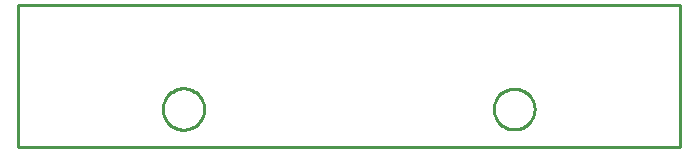
<source format=gbr>
G04 EAGLE Gerber RS-274X export*
G75*
%MOMM*%
%FSLAX34Y34*%
%LPD*%
%IN*%
%IPPOS*%
%AMOC8*
5,1,8,0,0,1.08239X$1,22.5*%
G01*
%ADD10C,0.254000*%


D10*
X0Y0D02*
X560000Y0D01*
X560000Y120000D01*
X0Y120000D01*
X0Y0D01*
X157500Y31427D02*
X157425Y30284D01*
X157276Y29148D01*
X157052Y28024D01*
X156755Y26917D01*
X156387Y25832D01*
X155949Y24774D01*
X155442Y23746D01*
X154869Y22754D01*
X154232Y21801D01*
X153535Y20892D01*
X152779Y20031D01*
X151969Y19221D01*
X151108Y18465D01*
X150199Y17768D01*
X149246Y17131D01*
X148254Y16558D01*
X147226Y16051D01*
X146168Y15613D01*
X145083Y15245D01*
X143976Y14948D01*
X142852Y14725D01*
X141716Y14575D01*
X140573Y14500D01*
X139427Y14500D01*
X138284Y14575D01*
X137148Y14725D01*
X136024Y14948D01*
X134917Y15245D01*
X133832Y15613D01*
X132774Y16051D01*
X131746Y16558D01*
X130754Y17131D01*
X129801Y17768D01*
X128892Y18465D01*
X128031Y19221D01*
X127221Y20031D01*
X126465Y20892D01*
X125768Y21801D01*
X125131Y22754D01*
X124558Y23746D01*
X124051Y24774D01*
X123613Y25832D01*
X123245Y26917D01*
X122948Y28024D01*
X122725Y29148D01*
X122575Y30284D01*
X122500Y31427D01*
X122500Y32573D01*
X122575Y33716D01*
X122725Y34852D01*
X122948Y35976D01*
X123245Y37083D01*
X123613Y38168D01*
X124051Y39226D01*
X124558Y40254D01*
X125131Y41246D01*
X125768Y42199D01*
X126465Y43108D01*
X127221Y43969D01*
X128031Y44779D01*
X128892Y45535D01*
X129801Y46232D01*
X130754Y46869D01*
X131746Y47442D01*
X132774Y47949D01*
X133832Y48387D01*
X134917Y48755D01*
X136024Y49052D01*
X137148Y49276D01*
X138284Y49425D01*
X139427Y49500D01*
X140573Y49500D01*
X141716Y49425D01*
X142852Y49276D01*
X143976Y49052D01*
X145083Y48755D01*
X146168Y48387D01*
X147226Y47949D01*
X148254Y47442D01*
X149246Y46869D01*
X150199Y46232D01*
X151108Y45535D01*
X151969Y44779D01*
X152779Y43969D01*
X153535Y43108D01*
X154232Y42199D01*
X154869Y41246D01*
X155442Y40254D01*
X155949Y39226D01*
X156387Y38168D01*
X156755Y37083D01*
X157052Y35976D01*
X157276Y34852D01*
X157425Y33716D01*
X157500Y32573D01*
X157500Y31427D01*
X437250Y31435D02*
X437176Y30308D01*
X437029Y29189D01*
X436808Y28081D01*
X436516Y26990D01*
X436153Y25920D01*
X435721Y24877D01*
X435221Y23864D01*
X434657Y22886D01*
X434029Y21947D01*
X433342Y21051D01*
X432597Y20202D01*
X431798Y19403D01*
X430949Y18658D01*
X430053Y17971D01*
X429114Y17343D01*
X428136Y16779D01*
X427123Y16279D01*
X426080Y15847D01*
X425010Y15484D01*
X423919Y15192D01*
X422811Y14971D01*
X421692Y14824D01*
X420565Y14750D01*
X419435Y14750D01*
X418308Y14824D01*
X417189Y14971D01*
X416081Y15192D01*
X414990Y15484D01*
X413920Y15847D01*
X412877Y16279D01*
X411864Y16779D01*
X410886Y17343D01*
X409947Y17971D01*
X409051Y18658D01*
X408202Y19403D01*
X407403Y20202D01*
X406658Y21051D01*
X405971Y21947D01*
X405343Y22886D01*
X404779Y23864D01*
X404279Y24877D01*
X403847Y25920D01*
X403484Y26990D01*
X403192Y28081D01*
X402971Y29189D01*
X402824Y30308D01*
X402750Y31435D01*
X402750Y32565D01*
X402824Y33692D01*
X402971Y34811D01*
X403192Y35919D01*
X403484Y37010D01*
X403847Y38080D01*
X404279Y39123D01*
X404779Y40136D01*
X405343Y41114D01*
X405971Y42053D01*
X406658Y42949D01*
X407403Y43798D01*
X408202Y44597D01*
X409051Y45342D01*
X409947Y46029D01*
X410886Y46657D01*
X411864Y47221D01*
X412877Y47721D01*
X413920Y48153D01*
X414990Y48516D01*
X416081Y48808D01*
X417189Y49029D01*
X418308Y49176D01*
X419435Y49250D01*
X420565Y49250D01*
X421692Y49176D01*
X422811Y49029D01*
X423919Y48808D01*
X425010Y48516D01*
X426080Y48153D01*
X427123Y47721D01*
X428136Y47221D01*
X429114Y46657D01*
X430053Y46029D01*
X430949Y45342D01*
X431798Y44597D01*
X432597Y43798D01*
X433342Y42949D01*
X434029Y42053D01*
X434657Y41114D01*
X435221Y40136D01*
X435721Y39123D01*
X436153Y38080D01*
X436516Y37010D01*
X436808Y35919D01*
X437029Y34811D01*
X437176Y33692D01*
X437250Y32565D01*
X437250Y31435D01*
M02*

</source>
